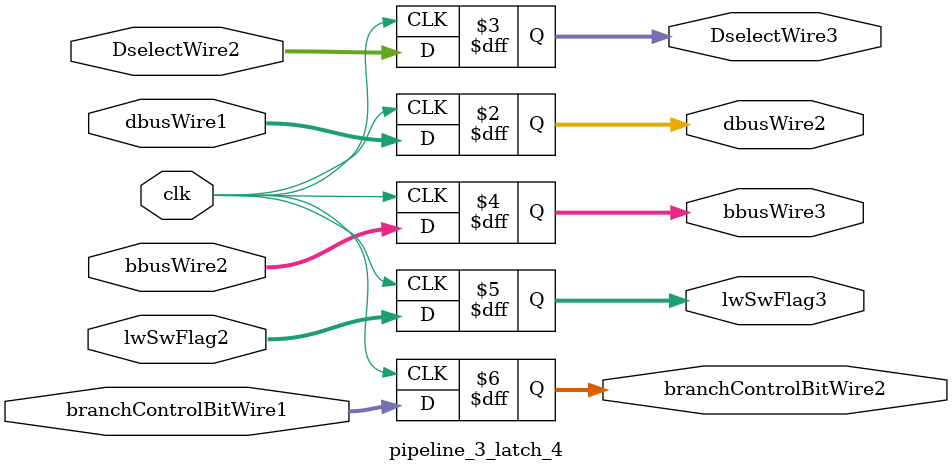
<source format=v>
module pipeline_3_latch_4(clk, dbusWire1, DselectWire2, bbusWire2, lwSwFlag2, dbusWire2, DselectWire3,bbusWire3,lwSwFlag3,branchControlBitWire1,branchControlBitWire2);
  input clk;
  input [31:0] dbusWire1, DselectWire2, bbusWire2;
  input [1:0] lwSwFlag2;
  input [1:0] branchControlBitWire1;
  output [31:0] dbusWire2, DselectWire3, bbusWire3;
  output [1:0] lwSwFlag3;
  output [1:0] branchControlBitWire2;
  reg [31:0] dbusWire2, DselectWire3, bbusWire3;
  reg [1:0] lwSwFlag3;
  reg [1:0] branchControlBitWire2;
  always @(posedge clk) begin
    dbusWire2 = dbusWire1;
    DselectWire3 = DselectWire2;
    bbusWire3 = bbusWire2;
    lwSwFlag3 = lwSwFlag2;
    branchControlBitWire2 = branchControlBitWire1;
  end
endmodule
</source>
